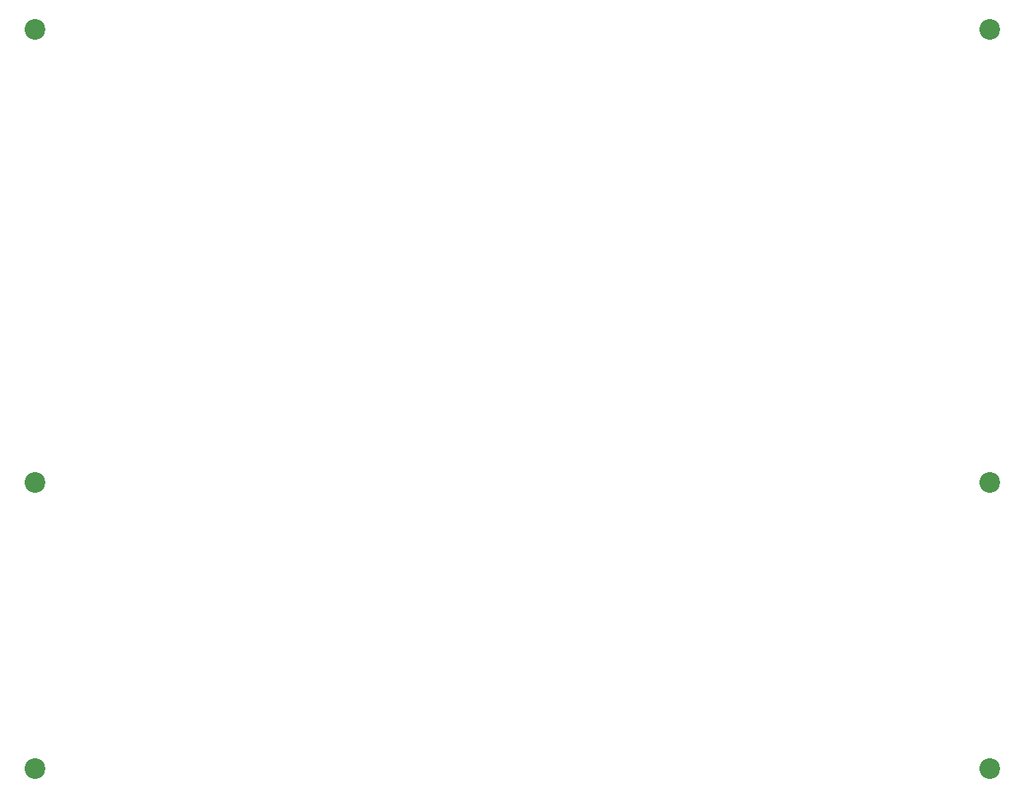
<source format=gbr>
%TF.GenerationSoftware,KiCad,Pcbnew,9.0.0*%
%TF.CreationDate,2025-03-19T00:30:09-07:00*%
%TF.ProjectId,remote,72656d6f-7465-42e6-9b69-6361645f7063,v0.3*%
%TF.SameCoordinates,Original*%
%TF.FileFunction,NonPlated,1,2,NPTH,Drill*%
%TF.FilePolarity,Positive*%
%FSLAX46Y46*%
G04 Gerber Fmt 4.6, Leading zero omitted, Abs format (unit mm)*
G04 Created by KiCad (PCBNEW 9.0.0) date 2025-03-19 00:30:09*
%MOMM*%
%LPD*%
G01*
G04 APERTURE LIST*
%TA.AperFunction,ComponentDrill*%
%ADD10C,2.200000*%
%TD*%
G04 APERTURE END LIST*
D10*
%TO.C,REF\u002A\u002A*%
X99060000Y-57150000D03*
X99060000Y-105410000D03*
X99060000Y-135890000D03*
X200660000Y-57150000D03*
X200660000Y-105410000D03*
X200660000Y-135890000D03*
M02*

</source>
